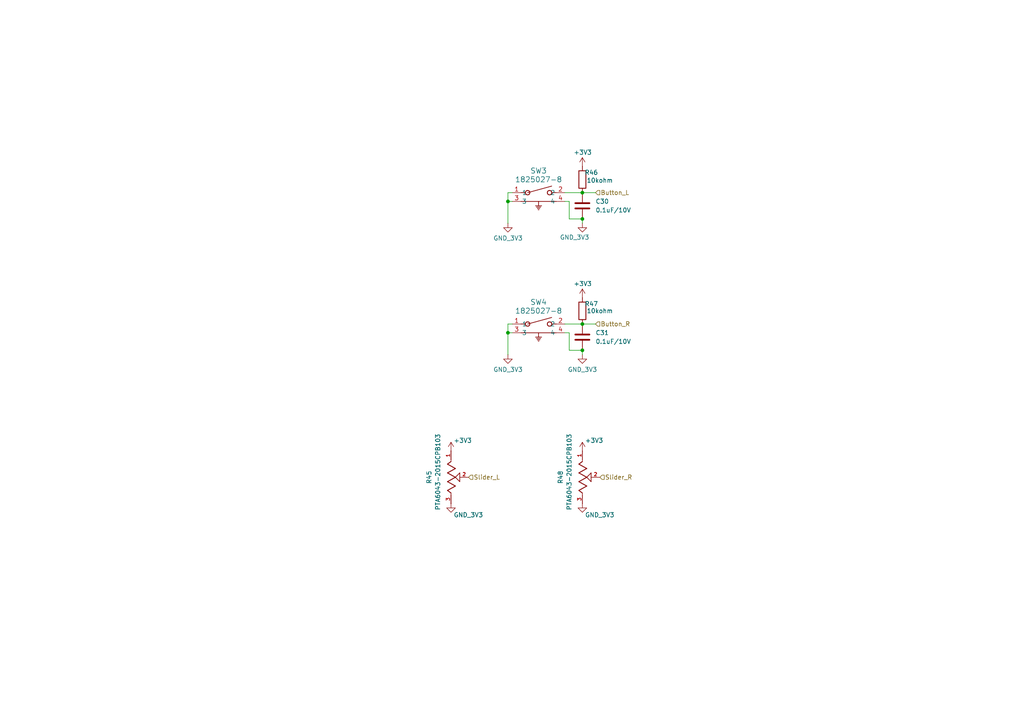
<source format=kicad_sch>
(kicad_sch (version 20231120) (generator "eeschema") (generator_version "8.0")
  (paper "A4")
  (lib_symbols
    (symbol "Device:C" (pin_numbers hide) (pin_names (offset 0.254))
      (property "Reference" "C" (at 0.635 2.54 0))
      (property "Value" "C" (at 0.635 -2.54 0))
      (symbol "C_0_1"
        (polyline (pts (xy -2.032 -0.762) (xy 2.032 -0.762)) (stroke (width 0.508)))
        (polyline (pts (xy -2.032 0.762) (xy 2.032 0.762)) (stroke (width 0.508)))
      )
      (symbol "C_1_1"
        (pin passive line (at 0 3.81 270) (length 2.794) (name "~") (number "1"))
        (pin passive line (at 0 -3.81 90) (length 2.794) (name "~") (number "2"))
      )
    )
    (symbol "Device:R" (pin_numbers hide) (pin_names (offset 0))
      (property "Reference" "R" (at 2.032 0 90))
      (property "Value" "R" (at 0 0 90))
      (symbol "R_0_1"
        (rectangle (start -1.016 -2.54) (end 1.016 2.54) (stroke (width 0.254)))
      )
      (symbol "R_1_1"
        (pin passive line (at 0 3.81 270) (length 1.27) (name "~") (number "1"))
        (pin passive line (at 0 -3.81 90) (length 1.27) (name "~") (number "2"))
      )
    )
    (symbol "PTA6043-2015CPB103:PTA6043-2015CPB103" (pin_names (offset 1.016))
      (property "Reference" "R" (at -5.08 5.08 0))
      (property "Value" "PTA6043-2015CPB103" (at -5.08 2.54 0))
      (symbol "PTA6043-2015CPB103_0_0"
        (polyline (pts (xy -5.08 0) (xy -4.572 0)) (stroke (width 0.1524)))
        (polyline (pts (xy -4.572 0) (xy -3.81 1.016)) (stroke (width 0.254)))
        (polyline (pts (xy -3.81 1.016) (xy -2.54 -1.27)) (stroke (width 0.254)))
        (polyline (pts (xy -2.54 -1.27) (xy -1.27 1.016)) (stroke (width 0.254)))
        (polyline (pts (xy -1.27 -2.54) (xy 0 -1.27)) (stroke (width 0.2032)))
        (polyline (pts (xy -1.27 1.016) (xy 0 -1.27)) (stroke (width 0.254)))
        (polyline (pts (xy 0 -1.27) (xy 1.27 -2.54)) (stroke (width 0.2032)))
        (polyline (pts (xy 0 -1.27) (xy 1.27 1.016)) (stroke (width 0.254)))
        (polyline (pts (xy 1.27 -2.54) (xy -1.27 -2.54)) (stroke (width 0.2032)))
        (polyline (pts (xy 1.27 1.016) (xy 2.54 -1.27)) (stroke (width 0.254)))
        (polyline (pts (xy 2.54 -1.27) (xy 3.81 1.016)) (stroke (width 0.254)))
        (polyline (pts (xy 3.81 1.016) (xy 4.572 0)) (stroke (width 0.254)))
        (polyline (pts (xy 4.572 0) (xy 5.08 0)) (stroke (width 0.1524)))
        (pin passive line (at 7.62 0 180) (length 2.54) (name "~") (number "1"))
        (pin passive line (at 0 -5.08 90) (length 2.54) (name "~") (number "2"))
        (pin passive line (at -7.62 0 0) (length 2.54) (name "~") (number "3"))
      )
    )
    (symbol "SW2_1825027-C_TEC:1825027-8" (pin_names (offset 0.254))
      (property "Reference" "SW" (at 7.62 3.81 0))
      (property "Value" "1825027-8" (at 0 0 0))
      (symbol "1825027-8_0_1"
        (polyline (pts (xy 2.54 -2.54) (xy 12.7 -2.54)) (stroke (width 0.2032)))
        (polyline (pts (xy 2.54 0) (xy 3.81 0)) (stroke (width 0.2032)))
        (polyline (pts (xy 4.445 0) (xy 11.43 1.905)) (stroke (width 0.2032)))
        (polyline (pts (xy 6.731 -3.81) (xy 8.509 -3.81)) (stroke (width 0.2032)))
        (polyline (pts (xy 6.985 -4.191) (xy 8.255 -4.191)) (stroke (width 0.2032)))
        (polyline (pts (xy 7.239 -4.572) (xy 8.001 -4.572)) (stroke (width 0.2032)))
        (polyline (pts (xy 7.493 -4.953) (xy 7.747 -4.953)) (stroke (width 0.2032)))
        (polyline (pts (xy 7.62 -2.54) (xy 7.62 -3.81)) (stroke (width 0.2032)))
        (polyline (pts (xy 12.7 0) (xy 11.43 0)) (stroke (width 0.2032)))
        (circle (center 4.445 0) (radius 0.635) (stroke (width 0.254)))
        (circle (center 10.795 0) (radius 0.635) (stroke (width 0.254)))
        (pin unspecified line (at 0 0 0) (length 2.54) (name "1") (number "1"))
        (pin unspecified line (at 15.24 0 180) (length 2.54) (name "2") (number "2"))
        (pin unspecified line (at 0 -2.54 0) (length 2.54) (name "3") (number "3"))
        (pin unspecified line (at 15.24 -2.54 180) (length 2.54) (name "4") (number "4"))
      )
    )
    (symbol "power:+3V3" (power) (pin_numbers hide) (pin_names (offset 0) hide)
      (property "Value" "+3V3" (at 0 3.556 0))
      (symbol "+3V3_0_1"
        (polyline (pts (xy -0.762 1.27) (xy 0 2.54)))
        (polyline (pts (xy 0 0) (xy 0 2.54)))
        (polyline (pts (xy 0 2.54) (xy 0.762 1.27)))
      )
      (symbol "+3V3_1_1"
        (pin power_in line (at 0 0 90) (length 0) (name "~") (number "1"))
      )
    )
    (symbol "power:GND" (power) (pin_numbers hide) (pin_names (offset 0) hide)
      (property "Value" "GND" (at 0 -3.81 0))
      (symbol "GND_0_1"
        (polyline (pts (xy 0 0) (xy 0 -1.27) (xy 1.27 -1.27) (xy 0 -2.54) (xy -1.27 -1.27) (xy 0 -1.27)))
      )
      (symbol "GND_1_1"
        (pin power_in line (at 0 0 270) (length 0) (name "~") (number "1"))
      )
    )
  )
  (junction (at 147.32 58.42))
  (junction (at 147.32 96.52))
  (junction (at 168.91 63.5))
  (junction (at 168.91 93.98))
  (junction (at 168.91 101.6))
  (junction (at 168.91 55.88))
  (wire (pts (xy 147.32 64.77) (xy 147.32 58.42)))
  (wire (pts (xy 163.83 55.88) (xy 168.91 55.88)))
  (wire (pts (xy 147.32 58.42) (xy 148.59 58.42)))
  (wire (pts (xy 168.91 64.77) (xy 168.91 63.5)))
  (wire (pts (xy 148.59 55.88) (xy 147.32 55.88)))
  (wire (pts (xy 165.1 101.6) (xy 168.91 101.6)))
  (wire (pts (xy 147.32 102.87) (xy 147.32 96.52)))
  (wire (pts (xy 147.32 55.88) (xy 147.32 58.42)))
  (wire (pts (xy 165.1 63.5) (xy 168.91 63.5)))
  (wire (pts (xy 148.59 93.98) (xy 147.32 93.98)))
  (wire (pts (xy 147.32 93.98) (xy 147.32 96.52)))
  (wire (pts (xy 168.91 102.87) (xy 168.91 101.6)))
  (wire (pts (xy 163.83 93.98) (xy 168.91 93.98)))
  (wire (pts (xy 165.1 96.52) (xy 163.83 96.52)))
  (wire (pts (xy 165.1 96.52) (xy 165.1 101.6)))
  (wire (pts (xy 147.32 96.52) (xy 148.59 96.52)))
  (wire (pts (xy 165.1 58.42) (xy 163.83 58.42)))
  (wire (pts (xy 172.72 93.98) (xy 168.91 93.98)))
  (wire (pts (xy 165.1 58.42) (xy 165.1 63.5)))
  (wire (pts (xy 172.72 55.88) (xy 168.91 55.88)))
  (hierarchical_label "Slider_R" (shape input) (at 173.99 138.43 0))
  (hierarchical_label "Button_R" (shape input) (at 172.72 93.98 0))
  (hierarchical_label "Slider_L" (shape input) (at 135.89 138.43 0))
  (hierarchical_label "Button_L" (shape input) (at 172.72 55.88 0))
  (symbol (lib_id "power:+3V3") (at 168.91 130.81 0) (unit 1)
    (property "Reference" "#PWR093" (effects (hide yes)))
    (property "Value" "+3V3" (at 169.672 127.762 0) (effects (justify left)))
    (property "Description" "Power symbol creates a global label with name \"+3V3\"" (effects (hide yes)))
  )
  (symbol (lib_id "power:GND") (at 168.91 146.05 0) (unit 1)
    (property "Reference" "#PWR094" (effects (hide yes)))
    (property "Value" "GND_3V3" (at 169.672 149.352 0) (effects (justify left)))
    (property "Description" "Power symbol creates a global label with name \"GND\" , ground" (effects (hide yes)))
  )
  (symbol (lib_id "PTA6043-2015CPB103:PTA6043-2015CPB103") (at 168.91 138.43 90) (unit 1)
    (property "Reference" "R48" (at 162.56 138.43 0))
    (property "Value" "PTA6043-2015CPB103" (at 165.1 136.906 0))
    (property "Footprint" "Potentiometer_THT:Potentiometer_Bourns_PTA6043_Single_Slide" (effects (hide yes)))
    (property "Datasheet" "https://www.digikey.ca/en/products/detail/bourns-inc/PTA6043-2015CPB103/3781230" (effects (hide yes)))
    (property "MANUF_PN" "PTA6043-2015CPB103" (effects (hide yes)))
  )
  (symbol (lib_id "power:+3V3") (at 168.91 48.26 0) (unit 1)
    (property "Reference" "#PWR089" (effects (hide yes)))
    (property "Value" "+3V3" (at 166.37 44.196 0) (effects (justify left)))
    (property "Description" "Power symbol creates a global label with name \"+3V3\"" (effects (hide yes)))
  )
  (symbol (lib_id "power:GND") (at 168.91 102.87 0) (unit 1)
    (property "Reference" "#PWR092" (effects (hide yes)))
    (property "Value" "GND_3V3" (at 173.228 107.188 0) (effects (justify right)))
    (property "Description" "Power symbol creates a global label with name \"GND\" , ground" (effects (hide yes)))
  )
  (symbol (lib_id "SW2_1825027-C_TEC:1825027-8") (at 148.59 93.98 0) (unit 1)
    (property "Reference" "SW4" (at 156.21 87.63 0) (effects (font (size 1.524 1.524))))
    (property "Value" "1825027-8" (at 156.21 90.17 0) (effects (font (size 1.524 1.524))))
    (property "Footprint" "SW2_1825027-C_TEC:SW2_1825027-C_TEC" (effects (hide yes)))
    (property "Datasheet" "https://www.digikey.ca/en/products/detail/te-connectivity-alcoswitch-switches/1825027-8/1632543" (effects (hide yes)))
    (property "MANUF_PN" "1825027-8" (effects (hide yes)))
  )
  (symbol (lib_id "power:+3V3") (at 130.81 130.81 0) (unit 1)
    (property "Reference" "#PWR085" (effects (hide yes)))
    (property "Value" "+3V3" (at 131.572 127.762 0) (effects (justify left)))
    (property "Description" "Power symbol creates a global label with name \"+3V3\"" (effects (hide yes)))
  )
  (symbol (lib_id "power:GND") (at 147.32 102.87 0) (unit 1)
    (property "Reference" "#PWR088" (effects (hide yes)))
    (property "Value" "GND_3V3" (at 151.638 107.188 0) (effects (justify right)))
    (property "Description" "Power symbol creates a global label with name \"GND\" , ground" (effects (hide yes)))
  )
  (symbol (lib_id "power:GND") (at 130.81 146.05 0) (unit 1)
    (property "Reference" "#PWR086" (effects (hide yes)))
    (property "Value" "GND_3V3" (at 131.572 149.352 0) (effects (justify left)))
    (property "Description" "Power symbol creates a global label with name \"GND\" , ground" (effects (hide yes)))
  )
  (symbol (lib_id "PTA6043-2015CPB103:PTA6043-2015CPB103") (at 130.81 138.43 90) (unit 1)
    (property "Reference" "R45" (at 124.46 138.43 0))
    (property "Value" "PTA6043-2015CPB103" (at 127 136.906 0))
    (property "Footprint" "Potentiometer_THT:Potentiometer_Bourns_PTA6043_Single_Slide" (effects (hide yes)))
    (property "Datasheet" "https://www.digikey.ca/en/products/detail/bourns-inc/PTA6043-2015CPB103/3781230" (effects (hide yes)))
    (property "MANUF_PN" "PTA6043-2015CPB103" (effects (hide yes)))
  )
  (symbol (lib_id "Device:C") (at 168.91 97.79 0) (unit 1)
    (property "Reference" "C31" (at 172.72 96.5199 0) (effects (justify left)))
    (property "Value" "0.1uF/10V" (at 172.72 99.0599 0) (effects (justify left)))
    (property "Footprint" "Capacitor_SMD:C_0603_1608Metric" (effects (hide yes)))
    (property "Description" "Unpolarized capacitor" (effects (hide yes)))
    (property "MANUF_PN" "C0603C104K5RAC7411" (effects (hide yes)))
  )
  (symbol (lib_id "Device:C") (at 168.91 59.69 0) (unit 1)
    (property "Reference" "C30" (at 172.72 58.4199 0) (effects (justify left)))
    (property "Value" "0.1uF/10V" (at 172.72 60.9599 0) (effects (justify left)))
    (property "Footprint" "Capacitor_SMD:C_0603_1608Metric" (effects (hide yes)))
    (property "Description" "Unpolarized capacitor" (effects (hide yes)))
    (property "MANUF_PN" "C0603C104K5RAC7411" (effects (hide yes)))
  )
  (symbol (lib_id "Device:R") (at 168.91 52.07 180) (unit 1)
    (property "Reference" "R46" (at 173.482 50.038 0) (effects (justify left)))
    (property "Value" "10kohm" (at 177.8 52.324 0) (effects (justify left)))
    (property "Footprint" "Capacitor_SMD:C_0603_1608Metric" (effects (hide yes)))
    (property "Description" "Resistor" (effects (hide yes)))
    (property "MANUF_PN" "RC0603FR-0710KL" (effects (hide yes)))
  )
  (symbol (lib_id "power:GND") (at 147.32 64.77 0) (unit 1)
    (property "Reference" "#PWR087" (effects (hide yes)))
    (property "Value" "GND_3V3" (at 151.638 69.088 0) (effects (justify right)))
    (property "Description" "Power symbol creates a global label with name \"GND\" , ground" (effects (hide yes)))
  )
  (symbol (lib_id "SW2_1825027-C_TEC:1825027-8") (at 148.59 55.88 0) (unit 1)
    (property "Reference" "SW3" (at 156.21 49.53 0) (effects (font (size 1.524 1.524))))
    (property "Value" "1825027-8" (at 156.21 52.07 0) (effects (font (size 1.524 1.524))))
    (property "Footprint" "SW2_1825027-C_TEC:SW2_1825027-C_TEC" (effects (hide yes)))
    (property "Datasheet" "https://www.digikey.ca/en/products/detail/te-connectivity-alcoswitch-switches/1825027-8/1632543" (effects (hide yes)))
    (property "MANUF_PN" "1825027-8" (effects (hide yes)))
  )
  (symbol (lib_id "power:+3V3") (at 168.91 86.36 0) (unit 1)
    (property "Reference" "#PWR091" (effects (hide yes)))
    (property "Value" "+3V3" (at 166.37 82.296 0) (effects (justify left)))
    (property "Description" "Power symbol creates a global label with name \"+3V3\"" (effects (hide yes)))
  )
  (symbol (lib_id "Device:R") (at 168.91 90.17 180) (unit 1)
    (property "Reference" "R47" (at 173.482 88.138 0) (effects (justify left)))
    (property "Value" "10kohm" (at 177.8 90.17 0) (effects (justify left)))
    (property "Footprint" "Capacitor_SMD:C_0603_1608Metric" (effects (hide yes)))
    (property "Description" "Resistor" (effects (hide yes)))
    (property "MANUF_PN" "RC0603FR-0710KL" (effects (hide yes)))
  )
  (symbol (lib_id "power:GND") (at 168.91 64.77 0) (unit 1)
    (property "Reference" "#PWR090" (effects (hide yes)))
    (property "Value" "GND_3V3" (at 170.942 68.834 0) (effects (justify right)))
    (property "Description" "Power symbol creates a global label with name \"GND\" , ground" (effects (hide yes)))
  )
)
</source>
